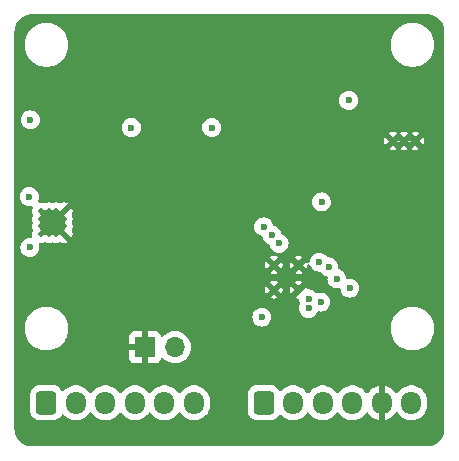
<source format=gbr>
%TF.GenerationSoftware,KiCad,Pcbnew,8.0.8*%
%TF.CreationDate,2025-02-12T11:11:18-05:00*%
%TF.ProjectId,high-power-module,68696768-2d70-46f7-9765-722d6d6f6475,rev?*%
%TF.SameCoordinates,Original*%
%TF.FileFunction,Copper,L2,Inr*%
%TF.FilePolarity,Positive*%
%FSLAX46Y46*%
G04 Gerber Fmt 4.6, Leading zero omitted, Abs format (unit mm)*
G04 Created by KiCad (PCBNEW 8.0.8) date 2025-02-12 11:11:18*
%MOMM*%
%LPD*%
G01*
G04 APERTURE LIST*
G04 Aperture macros list*
%AMRoundRect*
0 Rectangle with rounded corners*
0 $1 Rounding radius*
0 $2 $3 $4 $5 $6 $7 $8 $9 X,Y pos of 4 corners*
0 Add a 4 corners polygon primitive as box body*
4,1,4,$2,$3,$4,$5,$6,$7,$8,$9,$2,$3,0*
0 Add four circle primitives for the rounded corners*
1,1,$1+$1,$2,$3*
1,1,$1+$1,$4,$5*
1,1,$1+$1,$6,$7*
1,1,$1+$1,$8,$9*
0 Add four rect primitives between the rounded corners*
20,1,$1+$1,$2,$3,$4,$5,0*
20,1,$1+$1,$4,$5,$6,$7,0*
20,1,$1+$1,$6,$7,$8,$9,0*
20,1,$1+$1,$8,$9,$2,$3,0*%
G04 Aperture macros list end*
%TA.AperFunction,ComponentPad*%
%ADD10R,1.700000X1.700000*%
%TD*%
%TA.AperFunction,ComponentPad*%
%ADD11O,1.700000X1.700000*%
%TD*%
%TA.AperFunction,ComponentPad*%
%ADD12C,0.500000*%
%TD*%
%TA.AperFunction,ComponentPad*%
%ADD13RoundRect,0.250000X-0.600000X-0.725000X0.600000X-0.725000X0.600000X0.725000X-0.600000X0.725000X0*%
%TD*%
%TA.AperFunction,ComponentPad*%
%ADD14O,1.700000X1.950000*%
%TD*%
%TA.AperFunction,HeatsinkPad*%
%ADD15C,0.500000*%
%TD*%
%TA.AperFunction,ViaPad*%
%ADD16C,0.600000*%
%TD*%
G04 APERTURE END LIST*
D10*
%TO.N,GND*%
%TO.C,J4*%
X136260000Y-99100000D03*
D11*
%TO.N,Net-(J4-Pin_2)*%
X138800000Y-99100000D03*
%TD*%
D12*
%TO.N,GND*%
%TO.C,PA1*%
X127450000Y-89510000D03*
X128090000Y-89510000D03*
X128730000Y-89510000D03*
X129370000Y-89510000D03*
X127450000Y-88870000D03*
X128090000Y-88870000D03*
X128730000Y-88870000D03*
X129370000Y-88870000D03*
X127450000Y-88230000D03*
X128090000Y-88230000D03*
X128730000Y-88230000D03*
X129370000Y-88230000D03*
X127450000Y-87590000D03*
X128090000Y-87590000D03*
X128730000Y-87590000D03*
X129370000Y-87590000D03*
%TD*%
D13*
%TO.N,SDN*%
%TO.C,J3*%
X127900000Y-103800000D03*
D14*
%TO.N,GPIO3*%
X130400000Y-103800000D03*
%TO.N,GPIO2*%
X132900000Y-103800000D03*
%TO.N,GPIO1*%
X135400000Y-103800000D03*
%TO.N,GPIO0*%
X137900000Y-103800000D03*
%TO.N,IRQ*%
X140400000Y-103800000D03*
%TD*%
D13*
%TO.N,CS*%
%TO.C,J1*%
X146300000Y-103800000D03*
D14*
%TO.N,MOSI*%
X148800000Y-103800000D03*
%TO.N,MISO*%
X151300000Y-103800000D03*
%TO.N,SCLK*%
X153800000Y-103800000D03*
%TO.N,GND*%
X156300000Y-103800000D03*
%TO.N,+5V*%
X158800000Y-103800000D03*
%TD*%
D15*
%TO.N,GND*%
%TO.C,U1*%
X147150000Y-92125000D03*
X147150000Y-94225000D03*
X149250000Y-92125000D03*
X149250000Y-94225000D03*
%TD*%
D12*
%TO.N,GND*%
%TO.C,U3*%
X157250001Y-81645000D03*
X158200000Y-81645000D03*
X159149999Y-81645000D03*
%TD*%
D16*
%TO.N,GND*%
X161022804Y-81077196D03*
X146100000Y-74700000D03*
X158400000Y-76043600D03*
X134500000Y-88750000D03*
X153250000Y-84300000D03*
X151000000Y-97450000D03*
X140600000Y-93550000D03*
X144450000Y-72400000D03*
X126600000Y-92650000D03*
X154300000Y-81400000D03*
X139500000Y-87893600D03*
X136500000Y-77100000D03*
X132000000Y-83400000D03*
X150150000Y-74750000D03*
X154800000Y-85000000D03*
X136900000Y-72400000D03*
X136400000Y-89900000D03*
X155650000Y-85000000D03*
X132227920Y-98727920D03*
X134741634Y-87555100D03*
X159500000Y-85450000D03*
X151000000Y-98450000D03*
X160300000Y-76900000D03*
X149900000Y-87000000D03*
X133933429Y-93058540D03*
X139800000Y-94000000D03*
X140400000Y-77300000D03*
X160193600Y-85200000D03*
X141500000Y-77200000D03*
X137600000Y-84500000D03*
X133600000Y-87900000D03*
X138600000Y-87600000D03*
X138600000Y-82100000D03*
X128700000Y-80000000D03*
X135300000Y-89000000D03*
X131800000Y-89700000D03*
X130797804Y-80102196D03*
X134800000Y-76700000D03*
X148200000Y-74800000D03*
X140700000Y-89400000D03*
%TO.N,Net-(PA1-Vbias)*%
X126500000Y-90650000D03*
%TO.N,+5V*%
X126550000Y-79850000D03*
X153496000Y-78200000D03*
%TO.N,GPIO3*%
X147000000Y-89600000D03*
X135100000Y-80500000D03*
%TO.N,GPIO2*%
X147600000Y-90300000D03*
X141900000Y-80500000D03*
%TO.N,+3.3V*%
X151200000Y-86800000D03*
X146150000Y-96550000D03*
%TO.N,CS*%
X151000000Y-91900000D03*
%TO.N,GPIO1*%
X150100000Y-95000000D03*
%TO.N,GPIO0*%
X150100000Y-95800000D03*
%TO.N,IRQ*%
X151126223Y-95273777D03*
%TO.N,MOSI*%
X151800000Y-92300000D03*
%TO.N,SCLK*%
X153600000Y-94100000D03*
%TO.N,MISO*%
X152500000Y-93300000D03*
%TO.N,SDN*%
X146300000Y-88900000D03*
%TO.N,Net-(PA1-Iref)*%
X126461012Y-86343488D03*
%TD*%
%TA.AperFunction,Conductor*%
%TO.N,GND*%
G36*
X160104418Y-70900816D02*
G01*
X160304561Y-70915130D01*
X160322063Y-70917647D01*
X160513797Y-70959355D01*
X160530755Y-70964334D01*
X160714609Y-71032909D01*
X160730701Y-71040259D01*
X160902904Y-71134288D01*
X160917784Y-71143849D01*
X161074867Y-71261441D01*
X161088237Y-71273027D01*
X161226972Y-71411762D01*
X161238558Y-71425132D01*
X161356146Y-71582210D01*
X161365711Y-71597095D01*
X161459740Y-71769298D01*
X161467090Y-71785390D01*
X161535662Y-71969236D01*
X161540646Y-71986212D01*
X161582351Y-72177931D01*
X161584869Y-72195442D01*
X161599184Y-72395580D01*
X161599500Y-72404427D01*
X161599500Y-105995572D01*
X161599184Y-106004419D01*
X161584869Y-106204557D01*
X161582351Y-106222068D01*
X161540646Y-106413787D01*
X161535662Y-106430763D01*
X161467090Y-106614609D01*
X161459740Y-106630701D01*
X161365711Y-106802904D01*
X161356146Y-106817789D01*
X161238558Y-106974867D01*
X161226972Y-106988237D01*
X161088237Y-107126972D01*
X161074867Y-107138558D01*
X160917789Y-107256146D01*
X160902904Y-107265711D01*
X160730701Y-107359740D01*
X160714609Y-107367090D01*
X160530763Y-107435662D01*
X160513787Y-107440646D01*
X160322068Y-107482351D01*
X160304557Y-107484869D01*
X160123779Y-107497799D01*
X160104417Y-107499184D01*
X160095572Y-107499500D01*
X126704428Y-107499500D01*
X126695582Y-107499184D01*
X126673622Y-107497613D01*
X126495442Y-107484869D01*
X126477931Y-107482351D01*
X126286212Y-107440646D01*
X126269236Y-107435662D01*
X126085390Y-107367090D01*
X126069298Y-107359740D01*
X125897095Y-107265711D01*
X125882210Y-107256146D01*
X125725132Y-107138558D01*
X125711762Y-107126972D01*
X125573027Y-106988237D01*
X125561441Y-106974867D01*
X125443849Y-106817784D01*
X125434288Y-106802904D01*
X125340259Y-106630701D01*
X125332909Y-106614609D01*
X125272091Y-106451551D01*
X125264334Y-106430755D01*
X125259355Y-106413797D01*
X125217647Y-106222063D01*
X125215130Y-106204556D01*
X125200816Y-106004418D01*
X125200500Y-105995572D01*
X125200500Y-103024983D01*
X126549500Y-103024983D01*
X126549500Y-104575001D01*
X126549501Y-104575018D01*
X126560000Y-104677796D01*
X126560001Y-104677799D01*
X126605894Y-104816294D01*
X126615186Y-104844334D01*
X126707288Y-104993656D01*
X126831344Y-105117712D01*
X126980666Y-105209814D01*
X127147203Y-105264999D01*
X127249991Y-105275500D01*
X128550008Y-105275499D01*
X128652797Y-105264999D01*
X128819334Y-105209814D01*
X128968656Y-105117712D01*
X129092712Y-104993656D01*
X129184814Y-104844334D01*
X129184814Y-104844331D01*
X129188178Y-104838879D01*
X129240126Y-104792154D01*
X129309088Y-104780931D01*
X129373170Y-104808774D01*
X129381398Y-104816294D01*
X129520213Y-104955109D01*
X129692179Y-105080048D01*
X129692181Y-105080049D01*
X129692184Y-105080051D01*
X129881588Y-105176557D01*
X130083757Y-105242246D01*
X130293713Y-105275500D01*
X130293714Y-105275500D01*
X130506286Y-105275500D01*
X130506287Y-105275500D01*
X130716243Y-105242246D01*
X130918412Y-105176557D01*
X131107816Y-105080051D01*
X131129789Y-105064086D01*
X131279786Y-104955109D01*
X131279788Y-104955106D01*
X131279792Y-104955104D01*
X131430104Y-104804792D01*
X131549683Y-104640204D01*
X131605011Y-104597540D01*
X131674624Y-104591561D01*
X131736420Y-104624166D01*
X131750313Y-104640199D01*
X131852560Y-104780931D01*
X131869896Y-104804792D01*
X132020213Y-104955109D01*
X132192179Y-105080048D01*
X132192181Y-105080049D01*
X132192184Y-105080051D01*
X132381588Y-105176557D01*
X132583757Y-105242246D01*
X132793713Y-105275500D01*
X132793714Y-105275500D01*
X133006286Y-105275500D01*
X133006287Y-105275500D01*
X133216243Y-105242246D01*
X133418412Y-105176557D01*
X133607816Y-105080051D01*
X133629789Y-105064086D01*
X133779786Y-104955109D01*
X133779788Y-104955106D01*
X133779792Y-104955104D01*
X133930104Y-104804792D01*
X134049683Y-104640204D01*
X134105011Y-104597540D01*
X134174624Y-104591561D01*
X134236420Y-104624166D01*
X134250313Y-104640199D01*
X134352560Y-104780931D01*
X134369896Y-104804792D01*
X134520213Y-104955109D01*
X134692179Y-105080048D01*
X134692181Y-105080049D01*
X134692184Y-105080051D01*
X134881588Y-105176557D01*
X135083757Y-105242246D01*
X135293713Y-105275500D01*
X135293714Y-105275500D01*
X135506286Y-105275500D01*
X135506287Y-105275500D01*
X135716243Y-105242246D01*
X135918412Y-105176557D01*
X136107816Y-105080051D01*
X136129789Y-105064086D01*
X136279786Y-104955109D01*
X136279788Y-104955106D01*
X136279792Y-104955104D01*
X136430104Y-104804792D01*
X136549683Y-104640204D01*
X136605011Y-104597540D01*
X136674624Y-104591561D01*
X136736420Y-104624166D01*
X136750313Y-104640199D01*
X136852560Y-104780931D01*
X136869896Y-104804792D01*
X137020213Y-104955109D01*
X137192179Y-105080048D01*
X137192181Y-105080049D01*
X137192184Y-105080051D01*
X137381588Y-105176557D01*
X137583757Y-105242246D01*
X137793713Y-105275500D01*
X137793714Y-105275500D01*
X138006286Y-105275500D01*
X138006287Y-105275500D01*
X138216243Y-105242246D01*
X138418412Y-105176557D01*
X138607816Y-105080051D01*
X138629789Y-105064086D01*
X138779786Y-104955109D01*
X138779788Y-104955106D01*
X138779792Y-104955104D01*
X138930104Y-104804792D01*
X139049683Y-104640204D01*
X139105011Y-104597540D01*
X139174624Y-104591561D01*
X139236420Y-104624166D01*
X139250313Y-104640199D01*
X139352560Y-104780931D01*
X139369896Y-104804792D01*
X139520213Y-104955109D01*
X139692179Y-105080048D01*
X139692181Y-105080049D01*
X139692184Y-105080051D01*
X139881588Y-105176557D01*
X140083757Y-105242246D01*
X140293713Y-105275500D01*
X140293714Y-105275500D01*
X140506286Y-105275500D01*
X140506287Y-105275500D01*
X140716243Y-105242246D01*
X140918412Y-105176557D01*
X141107816Y-105080051D01*
X141129789Y-105064086D01*
X141279786Y-104955109D01*
X141279788Y-104955106D01*
X141279792Y-104955104D01*
X141430104Y-104804792D01*
X141430106Y-104804788D01*
X141430109Y-104804786D01*
X141555048Y-104632820D01*
X141555047Y-104632820D01*
X141555051Y-104632816D01*
X141651557Y-104443412D01*
X141717246Y-104241243D01*
X141750500Y-104031287D01*
X141750500Y-103568713D01*
X141717246Y-103358757D01*
X141651557Y-103156588D01*
X141584501Y-103024983D01*
X144949500Y-103024983D01*
X144949500Y-104575001D01*
X144949501Y-104575018D01*
X144960000Y-104677796D01*
X144960001Y-104677799D01*
X145005894Y-104816294D01*
X145015186Y-104844334D01*
X145107288Y-104993656D01*
X145231344Y-105117712D01*
X145380666Y-105209814D01*
X145547203Y-105264999D01*
X145649991Y-105275500D01*
X146950008Y-105275499D01*
X147052797Y-105264999D01*
X147219334Y-105209814D01*
X147368656Y-105117712D01*
X147492712Y-104993656D01*
X147584814Y-104844334D01*
X147584814Y-104844331D01*
X147588178Y-104838879D01*
X147640126Y-104792154D01*
X147709088Y-104780931D01*
X147773170Y-104808774D01*
X147781398Y-104816294D01*
X147920213Y-104955109D01*
X148092179Y-105080048D01*
X148092181Y-105080049D01*
X148092184Y-105080051D01*
X148281588Y-105176557D01*
X148483757Y-105242246D01*
X148693713Y-105275500D01*
X148693714Y-105275500D01*
X148906286Y-105275500D01*
X148906287Y-105275500D01*
X149116243Y-105242246D01*
X149318412Y-105176557D01*
X149507816Y-105080051D01*
X149529789Y-105064086D01*
X149679786Y-104955109D01*
X149679788Y-104955106D01*
X149679792Y-104955104D01*
X149830104Y-104804792D01*
X149949683Y-104640204D01*
X150005011Y-104597540D01*
X150074624Y-104591561D01*
X150136420Y-104624166D01*
X150150313Y-104640199D01*
X150252560Y-104780931D01*
X150269896Y-104804792D01*
X150420213Y-104955109D01*
X150592179Y-105080048D01*
X150592181Y-105080049D01*
X150592184Y-105080051D01*
X150781588Y-105176557D01*
X150983757Y-105242246D01*
X151193713Y-105275500D01*
X151193714Y-105275500D01*
X151406286Y-105275500D01*
X151406287Y-105275500D01*
X151616243Y-105242246D01*
X151818412Y-105176557D01*
X152007816Y-105080051D01*
X152029789Y-105064086D01*
X152179786Y-104955109D01*
X152179788Y-104955106D01*
X152179792Y-104955104D01*
X152330104Y-104804792D01*
X152449683Y-104640204D01*
X152505011Y-104597540D01*
X152574624Y-104591561D01*
X152636420Y-104624166D01*
X152650313Y-104640199D01*
X152752560Y-104780931D01*
X152769896Y-104804792D01*
X152920213Y-104955109D01*
X153092179Y-105080048D01*
X153092181Y-105080049D01*
X153092184Y-105080051D01*
X153281588Y-105176557D01*
X153483757Y-105242246D01*
X153693713Y-105275500D01*
X153693714Y-105275500D01*
X153906286Y-105275500D01*
X153906287Y-105275500D01*
X154116243Y-105242246D01*
X154318412Y-105176557D01*
X154507816Y-105080051D01*
X154529789Y-105064086D01*
X154679786Y-104955109D01*
X154679788Y-104955106D01*
X154679792Y-104955104D01*
X154830104Y-104804792D01*
X154949991Y-104639779D01*
X155005320Y-104597115D01*
X155074933Y-104591136D01*
X155136729Y-104623741D01*
X155150627Y-104639781D01*
X155270272Y-104804459D01*
X155270276Y-104804464D01*
X155420535Y-104954723D01*
X155420540Y-104954727D01*
X155592442Y-105079620D01*
X155781782Y-105176095D01*
X155983871Y-105241757D01*
X156050000Y-105252231D01*
X156050000Y-104204145D01*
X156116657Y-104242630D01*
X156237465Y-104275000D01*
X156362535Y-104275000D01*
X156483343Y-104242630D01*
X156550000Y-104204145D01*
X156550000Y-105252230D01*
X156616126Y-105241757D01*
X156616129Y-105241757D01*
X156818217Y-105176095D01*
X157007557Y-105079620D01*
X157179459Y-104954727D01*
X157179464Y-104954723D01*
X157329721Y-104804466D01*
X157449371Y-104639781D01*
X157504701Y-104597115D01*
X157574314Y-104591136D01*
X157636110Y-104623741D01*
X157650008Y-104639781D01*
X157769890Y-104804785D01*
X157769894Y-104804790D01*
X157920213Y-104955109D01*
X158092179Y-105080048D01*
X158092181Y-105080049D01*
X158092184Y-105080051D01*
X158281588Y-105176557D01*
X158483757Y-105242246D01*
X158693713Y-105275500D01*
X158693714Y-105275500D01*
X158906286Y-105275500D01*
X158906287Y-105275500D01*
X159116243Y-105242246D01*
X159318412Y-105176557D01*
X159507816Y-105080051D01*
X159529789Y-105064086D01*
X159679786Y-104955109D01*
X159679788Y-104955106D01*
X159679792Y-104955104D01*
X159830104Y-104804792D01*
X159830106Y-104804788D01*
X159830109Y-104804786D01*
X159955048Y-104632820D01*
X159955047Y-104632820D01*
X159955051Y-104632816D01*
X160051557Y-104443412D01*
X160117246Y-104241243D01*
X160150500Y-104031287D01*
X160150500Y-103568713D01*
X160117246Y-103358757D01*
X160051557Y-103156588D01*
X159955051Y-102967184D01*
X159955049Y-102967181D01*
X159955048Y-102967179D01*
X159830109Y-102795213D01*
X159679786Y-102644890D01*
X159507820Y-102519951D01*
X159318414Y-102423444D01*
X159318413Y-102423443D01*
X159318412Y-102423443D01*
X159116243Y-102357754D01*
X159116241Y-102357753D01*
X159116240Y-102357753D01*
X158954957Y-102332208D01*
X158906287Y-102324500D01*
X158693713Y-102324500D01*
X158645042Y-102332208D01*
X158483760Y-102357753D01*
X158281585Y-102423444D01*
X158092179Y-102519951D01*
X157920213Y-102644890D01*
X157769894Y-102795209D01*
X157769890Y-102795214D01*
X157650008Y-102960218D01*
X157594678Y-103002884D01*
X157525065Y-103008863D01*
X157463270Y-102976257D01*
X157449372Y-102960218D01*
X157329727Y-102795540D01*
X157329723Y-102795535D01*
X157179464Y-102645276D01*
X157179459Y-102645272D01*
X157007557Y-102520379D01*
X156818215Y-102423903D01*
X156616124Y-102358241D01*
X156550000Y-102347768D01*
X156550000Y-103395854D01*
X156483343Y-103357370D01*
X156362535Y-103325000D01*
X156237465Y-103325000D01*
X156116657Y-103357370D01*
X156050000Y-103395854D01*
X156050000Y-102347768D01*
X156049999Y-102347768D01*
X155983875Y-102358241D01*
X155781784Y-102423903D01*
X155592442Y-102520379D01*
X155420540Y-102645272D01*
X155420535Y-102645276D01*
X155270276Y-102795535D01*
X155270272Y-102795540D01*
X155150627Y-102960218D01*
X155095297Y-103002884D01*
X155025684Y-103008863D01*
X154963889Y-102976257D01*
X154949991Y-102960218D01*
X154830109Y-102795214D01*
X154830105Y-102795209D01*
X154679786Y-102644890D01*
X154507820Y-102519951D01*
X154318414Y-102423444D01*
X154318413Y-102423443D01*
X154318412Y-102423443D01*
X154116243Y-102357754D01*
X154116241Y-102357753D01*
X154116240Y-102357753D01*
X153954957Y-102332208D01*
X153906287Y-102324500D01*
X153693713Y-102324500D01*
X153645042Y-102332208D01*
X153483760Y-102357753D01*
X153281585Y-102423444D01*
X153092179Y-102519951D01*
X152920213Y-102644890D01*
X152769894Y-102795209D01*
X152769890Y-102795214D01*
X152650318Y-102959793D01*
X152594989Y-103002459D01*
X152525375Y-103008438D01*
X152463580Y-102975833D01*
X152449682Y-102959793D01*
X152330109Y-102795214D01*
X152330105Y-102795209D01*
X152179786Y-102644890D01*
X152007820Y-102519951D01*
X151818414Y-102423444D01*
X151818413Y-102423443D01*
X151818412Y-102423443D01*
X151616243Y-102357754D01*
X151616241Y-102357753D01*
X151616240Y-102357753D01*
X151454957Y-102332208D01*
X151406287Y-102324500D01*
X151193713Y-102324500D01*
X151145042Y-102332208D01*
X150983760Y-102357753D01*
X150781585Y-102423444D01*
X150592179Y-102519951D01*
X150420213Y-102644890D01*
X150269894Y-102795209D01*
X150269890Y-102795214D01*
X150150318Y-102959793D01*
X150094989Y-103002459D01*
X150025375Y-103008438D01*
X149963580Y-102975833D01*
X149949682Y-102959793D01*
X149830109Y-102795214D01*
X149830105Y-102795209D01*
X149679786Y-102644890D01*
X149507820Y-102519951D01*
X149318414Y-102423444D01*
X149318413Y-102423443D01*
X149318412Y-102423443D01*
X149116243Y-102357754D01*
X149116241Y-102357753D01*
X149116240Y-102357753D01*
X148954957Y-102332208D01*
X148906287Y-102324500D01*
X148693713Y-102324500D01*
X148645042Y-102332208D01*
X148483760Y-102357753D01*
X148281585Y-102423444D01*
X148092179Y-102519951D01*
X147920215Y-102644889D01*
X147781398Y-102783706D01*
X147720075Y-102817190D01*
X147650383Y-102812206D01*
X147594450Y-102770334D01*
X147588178Y-102761120D01*
X147492712Y-102606344D01*
X147368657Y-102482289D01*
X147368656Y-102482288D01*
X147219334Y-102390186D01*
X147052797Y-102335001D01*
X147052795Y-102335000D01*
X146950010Y-102324500D01*
X145649998Y-102324500D01*
X145649981Y-102324501D01*
X145547203Y-102335000D01*
X145547200Y-102335001D01*
X145380668Y-102390185D01*
X145380663Y-102390187D01*
X145231342Y-102482289D01*
X145107289Y-102606342D01*
X145015187Y-102755663D01*
X145015185Y-102755668D01*
X145010325Y-102770334D01*
X144960001Y-102922203D01*
X144960001Y-102922204D01*
X144960000Y-102922204D01*
X144949500Y-103024983D01*
X141584501Y-103024983D01*
X141555051Y-102967184D01*
X141555049Y-102967181D01*
X141555048Y-102967179D01*
X141430109Y-102795213D01*
X141279786Y-102644890D01*
X141107820Y-102519951D01*
X140918414Y-102423444D01*
X140918413Y-102423443D01*
X140918412Y-102423443D01*
X140716243Y-102357754D01*
X140716241Y-102357753D01*
X140716240Y-102357753D01*
X140554957Y-102332208D01*
X140506287Y-102324500D01*
X140293713Y-102324500D01*
X140245042Y-102332208D01*
X140083760Y-102357753D01*
X139881585Y-102423444D01*
X139692179Y-102519951D01*
X139520213Y-102644890D01*
X139369894Y-102795209D01*
X139369890Y-102795214D01*
X139250318Y-102959793D01*
X139194989Y-103002459D01*
X139125375Y-103008438D01*
X139063580Y-102975833D01*
X139049682Y-102959793D01*
X138930109Y-102795214D01*
X138930105Y-102795209D01*
X138779786Y-102644890D01*
X138607820Y-102519951D01*
X138418414Y-102423444D01*
X138418413Y-102423443D01*
X138418412Y-102423443D01*
X138216243Y-102357754D01*
X138216241Y-102357753D01*
X138216240Y-102357753D01*
X138054957Y-102332208D01*
X138006287Y-102324500D01*
X137793713Y-102324500D01*
X137745042Y-102332208D01*
X137583760Y-102357753D01*
X137381585Y-102423444D01*
X137192179Y-102519951D01*
X137020213Y-102644890D01*
X136869894Y-102795209D01*
X136869890Y-102795214D01*
X136750318Y-102959793D01*
X136694989Y-103002459D01*
X136625375Y-103008438D01*
X136563580Y-102975833D01*
X136549682Y-102959793D01*
X136430109Y-102795214D01*
X136430105Y-102795209D01*
X136279786Y-102644890D01*
X136107820Y-102519951D01*
X135918414Y-102423444D01*
X135918413Y-102423443D01*
X135918412Y-102423443D01*
X135716243Y-102357754D01*
X135716241Y-102357753D01*
X135716240Y-102357753D01*
X135554957Y-102332208D01*
X135506287Y-102324500D01*
X135293713Y-102324500D01*
X135245042Y-102332208D01*
X135083760Y-102357753D01*
X134881585Y-102423444D01*
X134692179Y-102519951D01*
X134520213Y-102644890D01*
X134369894Y-102795209D01*
X134369890Y-102795214D01*
X134250318Y-102959793D01*
X134194989Y-103002459D01*
X134125375Y-103008438D01*
X134063580Y-102975833D01*
X134049682Y-102959793D01*
X133930109Y-102795214D01*
X133930105Y-102795209D01*
X133779786Y-102644890D01*
X133607820Y-102519951D01*
X133418414Y-102423444D01*
X133418413Y-102423443D01*
X133418412Y-102423443D01*
X133216243Y-102357754D01*
X133216241Y-102357753D01*
X133216240Y-102357753D01*
X133054957Y-102332208D01*
X133006287Y-102324500D01*
X132793713Y-102324500D01*
X132745042Y-102332208D01*
X132583760Y-102357753D01*
X132381585Y-102423444D01*
X132192179Y-102519951D01*
X132020213Y-102644890D01*
X131869894Y-102795209D01*
X131869890Y-102795214D01*
X131750318Y-102959793D01*
X131694989Y-103002459D01*
X131625375Y-103008438D01*
X131563580Y-102975833D01*
X131549682Y-102959793D01*
X131430109Y-102795214D01*
X131430105Y-102795209D01*
X131279786Y-102644890D01*
X131107820Y-102519951D01*
X130918414Y-102423444D01*
X130918413Y-102423443D01*
X130918412Y-102423443D01*
X130716243Y-102357754D01*
X130716241Y-102357753D01*
X130716240Y-102357753D01*
X130554957Y-102332208D01*
X130506287Y-102324500D01*
X130293713Y-102324500D01*
X130245042Y-102332208D01*
X130083760Y-102357753D01*
X129881585Y-102423444D01*
X129692179Y-102519951D01*
X129520215Y-102644889D01*
X129381398Y-102783706D01*
X129320075Y-102817190D01*
X129250383Y-102812206D01*
X129194450Y-102770334D01*
X129188178Y-102761120D01*
X129092712Y-102606344D01*
X128968657Y-102482289D01*
X128968656Y-102482288D01*
X128819334Y-102390186D01*
X128652797Y-102335001D01*
X128652795Y-102335000D01*
X128550010Y-102324500D01*
X127249998Y-102324500D01*
X127249981Y-102324501D01*
X127147203Y-102335000D01*
X127147200Y-102335001D01*
X126980668Y-102390185D01*
X126980663Y-102390187D01*
X126831342Y-102482289D01*
X126707289Y-102606342D01*
X126615187Y-102755663D01*
X126615185Y-102755668D01*
X126610325Y-102770334D01*
X126560001Y-102922203D01*
X126560001Y-102922204D01*
X126560000Y-102922204D01*
X126549500Y-103024983D01*
X125200500Y-103024983D01*
X125200500Y-97378711D01*
X126049500Y-97378711D01*
X126049500Y-97621288D01*
X126081161Y-97861785D01*
X126143947Y-98096104D01*
X126236773Y-98320205D01*
X126236776Y-98320212D01*
X126358064Y-98530289D01*
X126358066Y-98530292D01*
X126358067Y-98530293D01*
X126505733Y-98722736D01*
X126505739Y-98722743D01*
X126677256Y-98894260D01*
X126677263Y-98894266D01*
X126790321Y-98981018D01*
X126869711Y-99041936D01*
X127079788Y-99163224D01*
X127303900Y-99256054D01*
X127538211Y-99318838D01*
X127718586Y-99342584D01*
X127778711Y-99350500D01*
X127778712Y-99350500D01*
X128021289Y-99350500D01*
X128069388Y-99344167D01*
X128261789Y-99318838D01*
X128496100Y-99256054D01*
X128720212Y-99163224D01*
X128930289Y-99041936D01*
X129122738Y-98894265D01*
X129294265Y-98722738D01*
X129441936Y-98530289D01*
X129563224Y-98320212D01*
X129612125Y-98202155D01*
X134910000Y-98202155D01*
X134910000Y-98850000D01*
X135826988Y-98850000D01*
X135794075Y-98907007D01*
X135760000Y-99034174D01*
X135760000Y-99165826D01*
X135794075Y-99292993D01*
X135826988Y-99350000D01*
X134910000Y-99350000D01*
X134910000Y-99997844D01*
X134916401Y-100057372D01*
X134916403Y-100057379D01*
X134966645Y-100192086D01*
X134966649Y-100192093D01*
X135052809Y-100307187D01*
X135052812Y-100307190D01*
X135167906Y-100393350D01*
X135167913Y-100393354D01*
X135302620Y-100443596D01*
X135302627Y-100443598D01*
X135362155Y-100449999D01*
X135362172Y-100450000D01*
X136010000Y-100450000D01*
X136010000Y-99533012D01*
X136067007Y-99565925D01*
X136194174Y-99600000D01*
X136325826Y-99600000D01*
X136452993Y-99565925D01*
X136510000Y-99533012D01*
X136510000Y-100450000D01*
X137157828Y-100450000D01*
X137157844Y-100449999D01*
X137217372Y-100443598D01*
X137217379Y-100443596D01*
X137352086Y-100393354D01*
X137352093Y-100393350D01*
X137467187Y-100307190D01*
X137467190Y-100307187D01*
X137553350Y-100192093D01*
X137553354Y-100192086D01*
X137602422Y-100060529D01*
X137644293Y-100004595D01*
X137709757Y-99980178D01*
X137778030Y-99995030D01*
X137806285Y-100016181D01*
X137928599Y-100138495D01*
X138005135Y-100192086D01*
X138122165Y-100274032D01*
X138122167Y-100274033D01*
X138122170Y-100274035D01*
X138336337Y-100373903D01*
X138564592Y-100435063D01*
X138735319Y-100450000D01*
X138799999Y-100455659D01*
X138800000Y-100455659D01*
X138800001Y-100455659D01*
X138864681Y-100450000D01*
X139035408Y-100435063D01*
X139263663Y-100373903D01*
X139477830Y-100274035D01*
X139671401Y-100138495D01*
X139838495Y-99971401D01*
X139974035Y-99777830D01*
X140073903Y-99563663D01*
X140135063Y-99335408D01*
X140155659Y-99100000D01*
X140135063Y-98864592D01*
X140073903Y-98636337D01*
X139974035Y-98422171D01*
X139902645Y-98320214D01*
X139838494Y-98228597D01*
X139671402Y-98061506D01*
X139671395Y-98061501D01*
X139477834Y-97925967D01*
X139477830Y-97925965D01*
X139406727Y-97892809D01*
X139263663Y-97826097D01*
X139263659Y-97826096D01*
X139263655Y-97826094D01*
X139035413Y-97764938D01*
X139035403Y-97764936D01*
X138800001Y-97744341D01*
X138799999Y-97744341D01*
X138564596Y-97764936D01*
X138564586Y-97764938D01*
X138336344Y-97826094D01*
X138336335Y-97826098D01*
X138122171Y-97925964D01*
X138122169Y-97925965D01*
X137928600Y-98061503D01*
X137806284Y-98183819D01*
X137744961Y-98217303D01*
X137675269Y-98212319D01*
X137619336Y-98170447D01*
X137602421Y-98139470D01*
X137553354Y-98007913D01*
X137553350Y-98007906D01*
X137467190Y-97892812D01*
X137467187Y-97892809D01*
X137352093Y-97806649D01*
X137352086Y-97806645D01*
X137217379Y-97756403D01*
X137217372Y-97756401D01*
X137157844Y-97750000D01*
X136510000Y-97750000D01*
X136510000Y-98666988D01*
X136452993Y-98634075D01*
X136325826Y-98600000D01*
X136194174Y-98600000D01*
X136067007Y-98634075D01*
X136010000Y-98666988D01*
X136010000Y-97750000D01*
X135362155Y-97750000D01*
X135302627Y-97756401D01*
X135302620Y-97756403D01*
X135167913Y-97806645D01*
X135167906Y-97806649D01*
X135052812Y-97892809D01*
X135052809Y-97892812D01*
X134966649Y-98007906D01*
X134966645Y-98007913D01*
X134916403Y-98142620D01*
X134916401Y-98142627D01*
X134910000Y-98202155D01*
X129612125Y-98202155D01*
X129656054Y-98096100D01*
X129718838Y-97861789D01*
X129750500Y-97621288D01*
X129750500Y-97378712D01*
X129750500Y-97378711D01*
X157049500Y-97378711D01*
X157049500Y-97621288D01*
X157081161Y-97861785D01*
X157143947Y-98096104D01*
X157236773Y-98320205D01*
X157236776Y-98320212D01*
X157358064Y-98530289D01*
X157358066Y-98530292D01*
X157358067Y-98530293D01*
X157505733Y-98722736D01*
X157505739Y-98722743D01*
X157677256Y-98894260D01*
X157677263Y-98894266D01*
X157790321Y-98981018D01*
X157869711Y-99041936D01*
X158079788Y-99163224D01*
X158303900Y-99256054D01*
X158538211Y-99318838D01*
X158718586Y-99342584D01*
X158778711Y-99350500D01*
X158778712Y-99350500D01*
X159021289Y-99350500D01*
X159069388Y-99344167D01*
X159261789Y-99318838D01*
X159496100Y-99256054D01*
X159720212Y-99163224D01*
X159930289Y-99041936D01*
X160122738Y-98894265D01*
X160294265Y-98722738D01*
X160441936Y-98530289D01*
X160563224Y-98320212D01*
X160656054Y-98096100D01*
X160718838Y-97861789D01*
X160750500Y-97621288D01*
X160750500Y-97378712D01*
X160718838Y-97138211D01*
X160656054Y-96903900D01*
X160563224Y-96679788D01*
X160441936Y-96469711D01*
X160294265Y-96277262D01*
X160294260Y-96277256D01*
X160122743Y-96105739D01*
X160122736Y-96105733D01*
X159930293Y-95958067D01*
X159930292Y-95958066D01*
X159930289Y-95958064D01*
X159720212Y-95836776D01*
X159720205Y-95836773D01*
X159496104Y-95743947D01*
X159261785Y-95681161D01*
X159021289Y-95649500D01*
X159021288Y-95649500D01*
X158778712Y-95649500D01*
X158778711Y-95649500D01*
X158538214Y-95681161D01*
X158303895Y-95743947D01*
X158079794Y-95836773D01*
X158079785Y-95836777D01*
X157869706Y-95958067D01*
X157677263Y-96105733D01*
X157677256Y-96105739D01*
X157505739Y-96277256D01*
X157505733Y-96277263D01*
X157358067Y-96469706D01*
X157236777Y-96679785D01*
X157236773Y-96679794D01*
X157143947Y-96903895D01*
X157081161Y-97138214D01*
X157049500Y-97378711D01*
X129750500Y-97378711D01*
X129718838Y-97138211D01*
X129656054Y-96903900D01*
X129563224Y-96679788D01*
X129488289Y-96549996D01*
X145344435Y-96549996D01*
X145344435Y-96550003D01*
X145364630Y-96729249D01*
X145364631Y-96729254D01*
X145424211Y-96899523D01*
X145520184Y-97052262D01*
X145647738Y-97179816D01*
X145800478Y-97275789D01*
X145970745Y-97335368D01*
X145970750Y-97335369D01*
X146149996Y-97355565D01*
X146150000Y-97355565D01*
X146150004Y-97355565D01*
X146329249Y-97335369D01*
X146329252Y-97335368D01*
X146329255Y-97335368D01*
X146499522Y-97275789D01*
X146652262Y-97179816D01*
X146779816Y-97052262D01*
X146875789Y-96899522D01*
X146935368Y-96729255D01*
X146940942Y-96679785D01*
X146955565Y-96550003D01*
X146955565Y-96549996D01*
X146935369Y-96370750D01*
X146935368Y-96370745D01*
X146875788Y-96200476D01*
X146816257Y-96105733D01*
X146779816Y-96047738D01*
X146652262Y-95920184D01*
X146625856Y-95903592D01*
X146499523Y-95824211D01*
X146329254Y-95764631D01*
X146329249Y-95764630D01*
X146150004Y-95744435D01*
X146149996Y-95744435D01*
X145970750Y-95764630D01*
X145970745Y-95764631D01*
X145800476Y-95824211D01*
X145647737Y-95920184D01*
X145520184Y-96047737D01*
X145424211Y-96200476D01*
X145364631Y-96370745D01*
X145364630Y-96370750D01*
X145344435Y-96549996D01*
X129488289Y-96549996D01*
X129441936Y-96469711D01*
X129294265Y-96277262D01*
X129294260Y-96277256D01*
X129122743Y-96105739D01*
X129122736Y-96105733D01*
X128930293Y-95958067D01*
X128930292Y-95958066D01*
X128930289Y-95958064D01*
X128720212Y-95836776D01*
X128720205Y-95836773D01*
X128496104Y-95743947D01*
X128261785Y-95681161D01*
X128021289Y-95649500D01*
X128021288Y-95649500D01*
X127778712Y-95649500D01*
X127778711Y-95649500D01*
X127538214Y-95681161D01*
X127303895Y-95743947D01*
X127079794Y-95836773D01*
X127079785Y-95836777D01*
X126869706Y-95958067D01*
X126677263Y-96105733D01*
X126677256Y-96105739D01*
X126505739Y-96277256D01*
X126505733Y-96277263D01*
X126358067Y-96469706D01*
X126236777Y-96679785D01*
X126236773Y-96679794D01*
X126143947Y-96903895D01*
X126081161Y-97138214D01*
X126049500Y-97378711D01*
X125200500Y-97378711D01*
X125200500Y-94905267D01*
X146823284Y-94905267D01*
X146982053Y-94960823D01*
X146982058Y-94960824D01*
X147149996Y-94979746D01*
X147150004Y-94979746D01*
X147317938Y-94960824D01*
X147317943Y-94960823D01*
X147476713Y-94905267D01*
X147476714Y-94905267D01*
X148923284Y-94905267D01*
X149082053Y-94960823D01*
X149082058Y-94960824D01*
X149194429Y-94973485D01*
X149258843Y-95000551D01*
X149298398Y-95058146D01*
X149303766Y-95082822D01*
X149314630Y-95179249D01*
X149314633Y-95179262D01*
X149376510Y-95356094D01*
X149374364Y-95356844D01*
X149383962Y-95415144D01*
X149375609Y-95443590D01*
X149376510Y-95443906D01*
X149314633Y-95620737D01*
X149314630Y-95620750D01*
X149294435Y-95799996D01*
X149294435Y-95800003D01*
X149314630Y-95979249D01*
X149314631Y-95979254D01*
X149374211Y-96149523D01*
X149454472Y-96277256D01*
X149470184Y-96302262D01*
X149597738Y-96429816D01*
X149750478Y-96525789D01*
X149819678Y-96550003D01*
X149920745Y-96585368D01*
X149920750Y-96585369D01*
X150099996Y-96605565D01*
X150100000Y-96605565D01*
X150100004Y-96605565D01*
X150279249Y-96585369D01*
X150279252Y-96585368D01*
X150279255Y-96585368D01*
X150449522Y-96525789D01*
X150602262Y-96429816D01*
X150729816Y-96302262D01*
X150825789Y-96149522D01*
X150828148Y-96142778D01*
X150868865Y-96086003D01*
X150933817Y-96060252D01*
X150959073Y-96060508D01*
X151002487Y-96065400D01*
X151126220Y-96079342D01*
X151126223Y-96079342D01*
X151126227Y-96079342D01*
X151305472Y-96059146D01*
X151305475Y-96059145D01*
X151305478Y-96059145D01*
X151475745Y-95999566D01*
X151628485Y-95903593D01*
X151756039Y-95776039D01*
X151852012Y-95623299D01*
X151911591Y-95453032D01*
X151911879Y-95450478D01*
X151931788Y-95273780D01*
X151931788Y-95273773D01*
X151911592Y-95094527D01*
X151911591Y-95094522D01*
X151864808Y-94960824D01*
X151852012Y-94924255D01*
X151756039Y-94771515D01*
X151628485Y-94643961D01*
X151475746Y-94547988D01*
X151305477Y-94488408D01*
X151305472Y-94488407D01*
X151126227Y-94468212D01*
X151126219Y-94468212D01*
X150946973Y-94488407D01*
X150946965Y-94488409D01*
X150852734Y-94521382D01*
X150782955Y-94524943D01*
X150724099Y-94492021D01*
X150602262Y-94370184D01*
X150449523Y-94274211D01*
X150279254Y-94214631D01*
X150279250Y-94214630D01*
X150098297Y-94194242D01*
X150033883Y-94167175D01*
X149994328Y-94109580D01*
X149988960Y-94084903D01*
X149985822Y-94057051D01*
X149930267Y-93898285D01*
X149930267Y-93898284D01*
X149426777Y-94401777D01*
X148923284Y-94905267D01*
X147476714Y-94905267D01*
X147150001Y-94578554D01*
X147150000Y-94578554D01*
X146823284Y-94905267D01*
X125200500Y-94905267D01*
X125200500Y-94224996D01*
X146395254Y-94224996D01*
X146395254Y-94225003D01*
X146414176Y-94392944D01*
X146469731Y-94551713D01*
X146796446Y-94225000D01*
X146766609Y-94195163D01*
X147000000Y-94195163D01*
X147000000Y-94254837D01*
X147022836Y-94309968D01*
X147065032Y-94352164D01*
X147120163Y-94375000D01*
X147179837Y-94375000D01*
X147234968Y-94352164D01*
X147277164Y-94309968D01*
X147300000Y-94254837D01*
X147300000Y-94224999D01*
X147503554Y-94224999D01*
X147503554Y-94225001D01*
X147830267Y-94551714D01*
X147830267Y-94551713D01*
X147885823Y-94392943D01*
X147885824Y-94392938D01*
X147904746Y-94225003D01*
X147904746Y-94224996D01*
X148495254Y-94224996D01*
X148495254Y-94225003D01*
X148514176Y-94392944D01*
X148569731Y-94551713D01*
X148896446Y-94225000D01*
X148866609Y-94195163D01*
X149100000Y-94195163D01*
X149100000Y-94254837D01*
X149122836Y-94309968D01*
X149165032Y-94352164D01*
X149220163Y-94375000D01*
X149279837Y-94375000D01*
X149334968Y-94352164D01*
X149377164Y-94309968D01*
X149400000Y-94254837D01*
X149400000Y-94195163D01*
X149377164Y-94140032D01*
X149334968Y-94097836D01*
X149279837Y-94075000D01*
X149220163Y-94075000D01*
X149165032Y-94097836D01*
X149122836Y-94140032D01*
X149100000Y-94195163D01*
X148866609Y-94195163D01*
X148569731Y-93898285D01*
X148514176Y-94057055D01*
X148495254Y-94224996D01*
X147904746Y-94224996D01*
X147885824Y-94057058D01*
X147885823Y-94057053D01*
X147830267Y-93898285D01*
X147830267Y-93898284D01*
X147503554Y-94224999D01*
X147300000Y-94224999D01*
X147300000Y-94195163D01*
X147277164Y-94140032D01*
X147234968Y-94097836D01*
X147179837Y-94075000D01*
X147120163Y-94075000D01*
X147065032Y-94097836D01*
X147022836Y-94140032D01*
X147000000Y-94195163D01*
X146766609Y-94195163D01*
X146469731Y-93898285D01*
X146414176Y-94057055D01*
X146395254Y-94224996D01*
X125200500Y-94224996D01*
X125200500Y-93544731D01*
X146823285Y-93544731D01*
X147150000Y-93871446D01*
X147150001Y-93871446D01*
X147476714Y-93544731D01*
X148923285Y-93544731D01*
X149250000Y-93871446D01*
X149250001Y-93871446D01*
X149576714Y-93544731D01*
X149417944Y-93489176D01*
X149250004Y-93470254D01*
X149249996Y-93470254D01*
X149082055Y-93489176D01*
X148923285Y-93544731D01*
X147476714Y-93544731D01*
X147317944Y-93489176D01*
X147150004Y-93470254D01*
X147149996Y-93470254D01*
X146982055Y-93489176D01*
X146823285Y-93544731D01*
X125200500Y-93544731D01*
X125200500Y-92805267D01*
X146823284Y-92805267D01*
X146982053Y-92860823D01*
X146982058Y-92860824D01*
X147149996Y-92879746D01*
X147150004Y-92879746D01*
X147317938Y-92860824D01*
X147317943Y-92860823D01*
X147476713Y-92805267D01*
X147476714Y-92805267D01*
X148923284Y-92805267D01*
X149082053Y-92860823D01*
X149082058Y-92860824D01*
X149249996Y-92879746D01*
X149250004Y-92879746D01*
X149417938Y-92860824D01*
X149417943Y-92860823D01*
X149576713Y-92805267D01*
X149576714Y-92805267D01*
X149250001Y-92478554D01*
X149250000Y-92478554D01*
X148923284Y-92805267D01*
X147476714Y-92805267D01*
X147150001Y-92478554D01*
X147150000Y-92478554D01*
X146823284Y-92805267D01*
X125200500Y-92805267D01*
X125200500Y-92124996D01*
X146395254Y-92124996D01*
X146395254Y-92125003D01*
X146414176Y-92292944D01*
X146469731Y-92451713D01*
X146796446Y-92125000D01*
X146766609Y-92095163D01*
X147000000Y-92095163D01*
X147000000Y-92154837D01*
X147022836Y-92209968D01*
X147065032Y-92252164D01*
X147120163Y-92275000D01*
X147179837Y-92275000D01*
X147234968Y-92252164D01*
X147277164Y-92209968D01*
X147300000Y-92154837D01*
X147300000Y-92124999D01*
X147503554Y-92124999D01*
X147503554Y-92125001D01*
X147830267Y-92451714D01*
X147830267Y-92451713D01*
X147885823Y-92292943D01*
X147885824Y-92292938D01*
X147904746Y-92125003D01*
X147904746Y-92124996D01*
X148495254Y-92124996D01*
X148495254Y-92125003D01*
X148514176Y-92292944D01*
X148569731Y-92451713D01*
X148896446Y-92125000D01*
X148866609Y-92095163D01*
X149100000Y-92095163D01*
X149100000Y-92154837D01*
X149122836Y-92209968D01*
X149165032Y-92252164D01*
X149220163Y-92275000D01*
X149279837Y-92275000D01*
X149334968Y-92252164D01*
X149377164Y-92209968D01*
X149400000Y-92154837D01*
X149400000Y-92124999D01*
X149603554Y-92124999D01*
X149603554Y-92125001D01*
X149930267Y-92451714D01*
X149930267Y-92451713D01*
X149985823Y-92292943D01*
X149985824Y-92292939D01*
X149998939Y-92176541D01*
X150026005Y-92112127D01*
X150083600Y-92072572D01*
X150153437Y-92070434D01*
X150213343Y-92106392D01*
X150239201Y-92149469D01*
X150274211Y-92249523D01*
X150370184Y-92402262D01*
X150497738Y-92529816D01*
X150650478Y-92625789D01*
X150777352Y-92670184D01*
X150820745Y-92685368D01*
X150820750Y-92685369D01*
X150999996Y-92705565D01*
X150999997Y-92705565D01*
X150999998Y-92705564D01*
X151000000Y-92705565D01*
X151024764Y-92702774D01*
X151093583Y-92714827D01*
X151143641Y-92760021D01*
X151170181Y-92802258D01*
X151170182Y-92802260D01*
X151170184Y-92802262D01*
X151297738Y-92929816D01*
X151450478Y-93025789D01*
X151610957Y-93081943D01*
X151621568Y-93085656D01*
X151678344Y-93126378D01*
X151704091Y-93191331D01*
X151703833Y-93216581D01*
X151694435Y-93299995D01*
X151694435Y-93300003D01*
X151714630Y-93479249D01*
X151714631Y-93479254D01*
X151774211Y-93649523D01*
X151837646Y-93750478D01*
X151870184Y-93802262D01*
X151997738Y-93929816D01*
X152150478Y-94025789D01*
X152239840Y-94057058D01*
X152320745Y-94085368D01*
X152320750Y-94085369D01*
X152499996Y-94105565D01*
X152500000Y-94105565D01*
X152500003Y-94105565D01*
X152623352Y-94091666D01*
X152668142Y-94086620D01*
X152736964Y-94098674D01*
X152788344Y-94146023D01*
X152805246Y-94195957D01*
X152814630Y-94279249D01*
X152814631Y-94279254D01*
X152874211Y-94449523D01*
X152940415Y-94554885D01*
X152970184Y-94602262D01*
X153097738Y-94729816D01*
X153164100Y-94771514D01*
X153242450Y-94820745D01*
X153250478Y-94825789D01*
X153420745Y-94885368D01*
X153420750Y-94885369D01*
X153599996Y-94905565D01*
X153600000Y-94905565D01*
X153600004Y-94905565D01*
X153779249Y-94885369D01*
X153779252Y-94885368D01*
X153779255Y-94885368D01*
X153949522Y-94825789D01*
X154102262Y-94729816D01*
X154229816Y-94602262D01*
X154325789Y-94449522D01*
X154385368Y-94279255D01*
X154385369Y-94279249D01*
X154405565Y-94100003D01*
X154405565Y-94099996D01*
X154385369Y-93920750D01*
X154385368Y-93920745D01*
X154377509Y-93898284D01*
X154325789Y-93750478D01*
X154229816Y-93597738D01*
X154102262Y-93470184D01*
X153949523Y-93374211D01*
X153779254Y-93314631D01*
X153779249Y-93314630D01*
X153600004Y-93294435D01*
X153599996Y-93294435D01*
X153431856Y-93313379D01*
X153363034Y-93301324D01*
X153311655Y-93253975D01*
X153294753Y-93204041D01*
X153285369Y-93120750D01*
X153285368Y-93120745D01*
X153225788Y-92950476D01*
X153181345Y-92879746D01*
X153129816Y-92797738D01*
X153002262Y-92670184D01*
X152931608Y-92625789D01*
X152849521Y-92574210D01*
X152678432Y-92514344D01*
X152621655Y-92473622D01*
X152595908Y-92408669D01*
X152596166Y-92383418D01*
X152605565Y-92300002D01*
X152605565Y-92299996D01*
X152585369Y-92120750D01*
X152585368Y-92120745D01*
X152570850Y-92079255D01*
X152525789Y-91950478D01*
X152429816Y-91797738D01*
X152302262Y-91670184D01*
X152149523Y-91574211D01*
X151979254Y-91514631D01*
X151979249Y-91514630D01*
X151800004Y-91494435D01*
X151799997Y-91494435D01*
X151775233Y-91497225D01*
X151706411Y-91485170D01*
X151656357Y-91439978D01*
X151629816Y-91397738D01*
X151502262Y-91270184D01*
X151349523Y-91174211D01*
X151179254Y-91114631D01*
X151179249Y-91114630D01*
X151000004Y-91094435D01*
X150999996Y-91094435D01*
X150820750Y-91114630D01*
X150820745Y-91114631D01*
X150650476Y-91174211D01*
X150497737Y-91270184D01*
X150370184Y-91397737D01*
X150274211Y-91550476D01*
X150214631Y-91720745D01*
X150214630Y-91720749D01*
X150199588Y-91854258D01*
X150172521Y-91918672D01*
X150114927Y-91958227D01*
X150045090Y-91960364D01*
X149985183Y-91924406D01*
X149959326Y-91881329D01*
X149930267Y-91798285D01*
X149930267Y-91798284D01*
X149603554Y-92124999D01*
X149400000Y-92124999D01*
X149400000Y-92095163D01*
X149377164Y-92040032D01*
X149334968Y-91997836D01*
X149279837Y-91975000D01*
X149220163Y-91975000D01*
X149165032Y-91997836D01*
X149122836Y-92040032D01*
X149100000Y-92095163D01*
X148866609Y-92095163D01*
X148569731Y-91798285D01*
X148514176Y-91957055D01*
X148495254Y-92124996D01*
X147904746Y-92124996D01*
X147885824Y-91957058D01*
X147885823Y-91957053D01*
X147830267Y-91798285D01*
X147830267Y-91798284D01*
X147503554Y-92124999D01*
X147300000Y-92124999D01*
X147300000Y-92095163D01*
X147277164Y-92040032D01*
X147234968Y-91997836D01*
X147179837Y-91975000D01*
X147120163Y-91975000D01*
X147065032Y-91997836D01*
X147022836Y-92040032D01*
X147000000Y-92095163D01*
X146766609Y-92095163D01*
X146469731Y-91798285D01*
X146414176Y-91957055D01*
X146395254Y-92124996D01*
X125200500Y-92124996D01*
X125200500Y-86343484D01*
X125655447Y-86343484D01*
X125655447Y-86343491D01*
X125675642Y-86522737D01*
X125675643Y-86522742D01*
X125735223Y-86693011D01*
X125796457Y-86790464D01*
X125831196Y-86845750D01*
X125958750Y-86973304D01*
X126111490Y-87069277D01*
X126281757Y-87128856D01*
X126281762Y-87128857D01*
X126461008Y-87149053D01*
X126461012Y-87149053D01*
X126461015Y-87149053D01*
X126551335Y-87138876D01*
X126627910Y-87130248D01*
X126696732Y-87142302D01*
X126748112Y-87189651D01*
X126765736Y-87257262D01*
X126758836Y-87294422D01*
X126714177Y-87422050D01*
X126714175Y-87422058D01*
X126695254Y-87589996D01*
X126695254Y-87590000D01*
X126714176Y-87757944D01*
X126753051Y-87869046D01*
X126756612Y-87938825D01*
X126753051Y-87950954D01*
X126714176Y-88062055D01*
X126695254Y-88229996D01*
X126695254Y-88230003D01*
X126714176Y-88397944D01*
X126753051Y-88509046D01*
X126756612Y-88578825D01*
X126753051Y-88590954D01*
X126714176Y-88702055D01*
X126695254Y-88869996D01*
X126695254Y-88870003D01*
X126714176Y-89037944D01*
X126753051Y-89149046D01*
X126756612Y-89218825D01*
X126753051Y-89230954D01*
X126714176Y-89342055D01*
X126695254Y-89509996D01*
X126695254Y-89510000D01*
X126714175Y-89677941D01*
X126714177Y-89677949D01*
X126718436Y-89690120D01*
X126721997Y-89759899D01*
X126687268Y-89820526D01*
X126625274Y-89852753D01*
X126587511Y-89854294D01*
X126500004Y-89844435D01*
X126499996Y-89844435D01*
X126320750Y-89864630D01*
X126320745Y-89864631D01*
X126150476Y-89924211D01*
X125997737Y-90020184D01*
X125870184Y-90147737D01*
X125774211Y-90300476D01*
X125714631Y-90470745D01*
X125714630Y-90470750D01*
X125694435Y-90649996D01*
X125694435Y-90650003D01*
X125714630Y-90829249D01*
X125714631Y-90829254D01*
X125774211Y-90999523D01*
X125828152Y-91085369D01*
X125870184Y-91152262D01*
X125997738Y-91279816D01*
X126150478Y-91375789D01*
X126213202Y-91397737D01*
X126320745Y-91435368D01*
X126320750Y-91435369D01*
X126499996Y-91455565D01*
X126500000Y-91455565D01*
X126500004Y-91455565D01*
X126596159Y-91444731D01*
X146823285Y-91444731D01*
X147150000Y-91771446D01*
X147150001Y-91771446D01*
X147476714Y-91444731D01*
X148923285Y-91444731D01*
X149250000Y-91771446D01*
X149250001Y-91771446D01*
X149576714Y-91444731D01*
X149417944Y-91389176D01*
X149250004Y-91370254D01*
X149249996Y-91370254D01*
X149082055Y-91389176D01*
X148923285Y-91444731D01*
X147476714Y-91444731D01*
X147317944Y-91389176D01*
X147150004Y-91370254D01*
X147149996Y-91370254D01*
X146982055Y-91389176D01*
X146823285Y-91444731D01*
X126596159Y-91444731D01*
X126679249Y-91435369D01*
X126679252Y-91435368D01*
X126679255Y-91435368D01*
X126849522Y-91375789D01*
X127002262Y-91279816D01*
X127129816Y-91152262D01*
X127225789Y-90999522D01*
X127285368Y-90829255D01*
X127285369Y-90829249D01*
X127305565Y-90650003D01*
X127305565Y-90649996D01*
X127285369Y-90470750D01*
X127285366Y-90470737D01*
X127268750Y-90423251D01*
X127265188Y-90353472D01*
X127299916Y-90292845D01*
X127361910Y-90260617D01*
X127399675Y-90259076D01*
X127449997Y-90264746D01*
X127450004Y-90264746D01*
X127617941Y-90245824D01*
X127729044Y-90206947D01*
X127798823Y-90203384D01*
X127810956Y-90206947D01*
X127922059Y-90245824D01*
X127922056Y-90245824D01*
X128089996Y-90264746D01*
X128090004Y-90264746D01*
X128257941Y-90245824D01*
X128369044Y-90206947D01*
X128438823Y-90203384D01*
X128450956Y-90206947D01*
X128562059Y-90245824D01*
X128562056Y-90245824D01*
X128729996Y-90264746D01*
X128730004Y-90264746D01*
X128897941Y-90245824D01*
X129009044Y-90206947D01*
X129078823Y-90203384D01*
X129090956Y-90206947D01*
X129202059Y-90245824D01*
X129202056Y-90245824D01*
X129369996Y-90264746D01*
X129370004Y-90264746D01*
X129537938Y-90245824D01*
X129537943Y-90245823D01*
X129696713Y-90190267D01*
X129696714Y-90190267D01*
X129193223Y-89686777D01*
X129050000Y-89543554D01*
X128994458Y-89599096D01*
X128933135Y-89632581D01*
X128863443Y-89627597D01*
X128839757Y-89612374D01*
X128857164Y-89594968D01*
X128880000Y-89539837D01*
X128880000Y-89480163D01*
X129220000Y-89480163D01*
X129220000Y-89539837D01*
X129242836Y-89594968D01*
X129285032Y-89637164D01*
X129340163Y-89660000D01*
X129399837Y-89660000D01*
X129454968Y-89637164D01*
X129497164Y-89594968D01*
X129520000Y-89539837D01*
X129520000Y-89480163D01*
X129497164Y-89425032D01*
X129454968Y-89382836D01*
X129399837Y-89360000D01*
X129340163Y-89360000D01*
X129285032Y-89382836D01*
X129242836Y-89425032D01*
X129220000Y-89480163D01*
X128880000Y-89480163D01*
X128857164Y-89425032D01*
X128814968Y-89382836D01*
X128759837Y-89360000D01*
X128700163Y-89360000D01*
X128645032Y-89382836D01*
X128602836Y-89425032D01*
X128580000Y-89480163D01*
X128580000Y-89539837D01*
X128602836Y-89594968D01*
X128618951Y-89611083D01*
X128579581Y-89632581D01*
X128509889Y-89627597D01*
X128465542Y-89599096D01*
X128410000Y-89543554D01*
X128354458Y-89599096D01*
X128293135Y-89632581D01*
X128223443Y-89627597D01*
X128199757Y-89612374D01*
X128217164Y-89594968D01*
X128240000Y-89539837D01*
X128240000Y-89480163D01*
X128217164Y-89425032D01*
X128174968Y-89382836D01*
X128119837Y-89360000D01*
X128060163Y-89360000D01*
X128005032Y-89382836D01*
X127962836Y-89425032D01*
X127940000Y-89480163D01*
X127940000Y-89539837D01*
X127962836Y-89594968D01*
X127978951Y-89611083D01*
X127939581Y-89632581D01*
X127869889Y-89627597D01*
X127825542Y-89599096D01*
X127770000Y-89543554D01*
X127714458Y-89599096D01*
X127653135Y-89632581D01*
X127583443Y-89627597D01*
X127559757Y-89612374D01*
X127577164Y-89594968D01*
X127600000Y-89539837D01*
X127600000Y-89480163D01*
X127577164Y-89425032D01*
X127534968Y-89382836D01*
X127479837Y-89360000D01*
X127420163Y-89360000D01*
X127365032Y-89382836D01*
X127348916Y-89398951D01*
X127327419Y-89359581D01*
X127332403Y-89289889D01*
X127360904Y-89245542D01*
X127416446Y-89190000D01*
X127360904Y-89134458D01*
X127327419Y-89073135D01*
X127332403Y-89003443D01*
X127347625Y-88979757D01*
X127365032Y-88997164D01*
X127420163Y-89020000D01*
X127479837Y-89020000D01*
X127534968Y-88997164D01*
X127577164Y-88954968D01*
X127600000Y-88899837D01*
X127600000Y-88840163D01*
X127940000Y-88840163D01*
X127940000Y-88899837D01*
X127962836Y-88954968D01*
X128005032Y-88997164D01*
X128060163Y-89020000D01*
X128119837Y-89020000D01*
X128174968Y-88997164D01*
X128217164Y-88954968D01*
X128240000Y-88899837D01*
X128240000Y-88840163D01*
X128580000Y-88840163D01*
X128580000Y-88899837D01*
X128602836Y-88954968D01*
X128645032Y-88997164D01*
X128700163Y-89020000D01*
X128759837Y-89020000D01*
X128814968Y-88997164D01*
X128857164Y-88954968D01*
X128880000Y-88899837D01*
X128880000Y-88840163D01*
X128857164Y-88785032D01*
X128814968Y-88742836D01*
X128759837Y-88720000D01*
X128700163Y-88720000D01*
X128645032Y-88742836D01*
X128602836Y-88785032D01*
X128580000Y-88840163D01*
X128240000Y-88840163D01*
X128217164Y-88785032D01*
X128174968Y-88742836D01*
X128119837Y-88720000D01*
X128060163Y-88720000D01*
X128005032Y-88742836D01*
X127962836Y-88785032D01*
X127940000Y-88840163D01*
X127600000Y-88840163D01*
X127577164Y-88785032D01*
X127534968Y-88742836D01*
X127479837Y-88720000D01*
X127420163Y-88720000D01*
X127365032Y-88742836D01*
X127348916Y-88758951D01*
X127327419Y-88719581D01*
X127332403Y-88649889D01*
X127360904Y-88605542D01*
X127416446Y-88550000D01*
X127360904Y-88494458D01*
X127327419Y-88433135D01*
X127332403Y-88363443D01*
X127347625Y-88339757D01*
X127365032Y-88357164D01*
X127420163Y-88380000D01*
X127479837Y-88380000D01*
X127534968Y-88357164D01*
X127577164Y-88314968D01*
X127600000Y-88259837D01*
X127600000Y-88200163D01*
X127940000Y-88200163D01*
X127940000Y-88259837D01*
X127962836Y-88314968D01*
X128005032Y-88357164D01*
X128060163Y-88380000D01*
X128119837Y-88380000D01*
X128174968Y-88357164D01*
X128217164Y-88314968D01*
X128240000Y-88259837D01*
X128240000Y-88200163D01*
X128580000Y-88200163D01*
X128580000Y-88259837D01*
X128602836Y-88314968D01*
X128645032Y-88357164D01*
X128700163Y-88380000D01*
X128759837Y-88380000D01*
X128814968Y-88357164D01*
X128857164Y-88314968D01*
X128880000Y-88259837D01*
X128880000Y-88200163D01*
X129220000Y-88200163D01*
X129220000Y-88259837D01*
X129242836Y-88314968D01*
X129285032Y-88357164D01*
X129340163Y-88380000D01*
X129399837Y-88380000D01*
X129454968Y-88357164D01*
X129471083Y-88341048D01*
X129492581Y-88380419D01*
X129487597Y-88450111D01*
X129459096Y-88494458D01*
X129403554Y-88550000D01*
X129459096Y-88605542D01*
X129492581Y-88666865D01*
X129487597Y-88736557D01*
X129472374Y-88760242D01*
X129454968Y-88742836D01*
X129399837Y-88720000D01*
X129340163Y-88720000D01*
X129285032Y-88742836D01*
X129242836Y-88785032D01*
X129220000Y-88840163D01*
X129220000Y-88899837D01*
X129242836Y-88954968D01*
X129285032Y-88997164D01*
X129340163Y-89020000D01*
X129399837Y-89020000D01*
X129454968Y-88997164D01*
X129471083Y-88981048D01*
X129492581Y-89020419D01*
X129487597Y-89090111D01*
X129459096Y-89134458D01*
X129403554Y-89190000D01*
X129546777Y-89333223D01*
X130050267Y-89836714D01*
X130050267Y-89836713D01*
X130105823Y-89677943D01*
X130105824Y-89677938D01*
X130124746Y-89510000D01*
X130124746Y-89509996D01*
X130105824Y-89342058D01*
X130066947Y-89230956D01*
X130063384Y-89161177D01*
X130066947Y-89149044D01*
X130105824Y-89037941D01*
X130121367Y-88899996D01*
X145494435Y-88899996D01*
X145494435Y-88900003D01*
X145514630Y-89079249D01*
X145514631Y-89079254D01*
X145574211Y-89249523D01*
X145599575Y-89289889D01*
X145670184Y-89402262D01*
X145797738Y-89529816D01*
X145950478Y-89625789D01*
X146120745Y-89685368D01*
X146120754Y-89685369D01*
X146121207Y-89685473D01*
X146121477Y-89685624D01*
X146127318Y-89687668D01*
X146126960Y-89688690D01*
X146182191Y-89719573D01*
X146211377Y-89773017D01*
X146212333Y-89772683D01*
X146214362Y-89778483D01*
X146214523Y-89778777D01*
X146214631Y-89779250D01*
X146214632Y-89779255D01*
X146240350Y-89852753D01*
X146274210Y-89949521D01*
X146318611Y-90020184D01*
X146370184Y-90102262D01*
X146497738Y-90229816D01*
X146553329Y-90264746D01*
X146610192Y-90300476D01*
X146650478Y-90325789D01*
X146729826Y-90353553D01*
X146786601Y-90394274D01*
X146812091Y-90456711D01*
X146814630Y-90479249D01*
X146874210Y-90649521D01*
X146874511Y-90650000D01*
X146970184Y-90802262D01*
X147097738Y-90929816D01*
X147250478Y-91025789D01*
X147420745Y-91085368D01*
X147420750Y-91085369D01*
X147599996Y-91105565D01*
X147600000Y-91105565D01*
X147600004Y-91105565D01*
X147779249Y-91085369D01*
X147779252Y-91085368D01*
X147779255Y-91085368D01*
X147949522Y-91025789D01*
X148102262Y-90929816D01*
X148229816Y-90802262D01*
X148325789Y-90649522D01*
X148385368Y-90479255D01*
X148385369Y-90479249D01*
X148405565Y-90300003D01*
X148405565Y-90299996D01*
X148385369Y-90120750D01*
X148385368Y-90120745D01*
X148325789Y-89950478D01*
X148325188Y-89949522D01*
X148271847Y-89864630D01*
X148229816Y-89797738D01*
X148102262Y-89670184D01*
X147949522Y-89574211D01*
X147949519Y-89574209D01*
X147870173Y-89546444D01*
X147813397Y-89505722D01*
X147787907Y-89443286D01*
X147785368Y-89420745D01*
X147725789Y-89250478D01*
X147725188Y-89249522D01*
X147629815Y-89097737D01*
X147502262Y-88970184D01*
X147349521Y-88874210D01*
X147252218Y-88840163D01*
X147179255Y-88814632D01*
X147179251Y-88814631D01*
X147179250Y-88814631D01*
X147178777Y-88814523D01*
X147178501Y-88814369D01*
X147172683Y-88812333D01*
X147173039Y-88811313D01*
X147117798Y-88780416D01*
X147088626Y-88726982D01*
X147087668Y-88727318D01*
X147085630Y-88721496D01*
X147085473Y-88721207D01*
X147085369Y-88720754D01*
X147085368Y-88720745D01*
X147025789Y-88550478D01*
X146929816Y-88397738D01*
X146802262Y-88270184D01*
X146785795Y-88259837D01*
X146649523Y-88174211D01*
X146479254Y-88114631D01*
X146479249Y-88114630D01*
X146300004Y-88094435D01*
X146299996Y-88094435D01*
X146120750Y-88114630D01*
X146120745Y-88114631D01*
X145950476Y-88174211D01*
X145797737Y-88270184D01*
X145670184Y-88397737D01*
X145574211Y-88550476D01*
X145514631Y-88720745D01*
X145514630Y-88720750D01*
X145494435Y-88899996D01*
X130121367Y-88899996D01*
X130124746Y-88870003D01*
X130124746Y-88869996D01*
X130105824Y-88702058D01*
X130066947Y-88590956D01*
X130063384Y-88521177D01*
X130066947Y-88509044D01*
X130105824Y-88397941D01*
X130124746Y-88230003D01*
X130124746Y-88229996D01*
X130105824Y-88062058D01*
X130066947Y-87950956D01*
X130063384Y-87881177D01*
X130066947Y-87869044D01*
X130105824Y-87757941D01*
X130124746Y-87590000D01*
X130124746Y-87589996D01*
X130105824Y-87422058D01*
X130105823Y-87422053D01*
X130050267Y-87263285D01*
X130050267Y-87263284D01*
X129546777Y-87766777D01*
X129403554Y-87910000D01*
X129459096Y-87965542D01*
X129492581Y-88026865D01*
X129487597Y-88096557D01*
X129472374Y-88120242D01*
X129454968Y-88102836D01*
X129399837Y-88080000D01*
X129340163Y-88080000D01*
X129285032Y-88102836D01*
X129242836Y-88145032D01*
X129220000Y-88200163D01*
X128880000Y-88200163D01*
X128857164Y-88145032D01*
X128814968Y-88102836D01*
X128759837Y-88080000D01*
X128700163Y-88080000D01*
X128645032Y-88102836D01*
X128602836Y-88145032D01*
X128580000Y-88200163D01*
X128240000Y-88200163D01*
X128217164Y-88145032D01*
X128174968Y-88102836D01*
X128119837Y-88080000D01*
X128060163Y-88080000D01*
X128005032Y-88102836D01*
X127962836Y-88145032D01*
X127940000Y-88200163D01*
X127600000Y-88200163D01*
X127577164Y-88145032D01*
X127534968Y-88102836D01*
X127479837Y-88080000D01*
X127420163Y-88080000D01*
X127365032Y-88102836D01*
X127348916Y-88118951D01*
X127327419Y-88079581D01*
X127332403Y-88009889D01*
X127360904Y-87965542D01*
X127416446Y-87910000D01*
X127360904Y-87854458D01*
X127327419Y-87793135D01*
X127332403Y-87723443D01*
X127347625Y-87699757D01*
X127365032Y-87717164D01*
X127420163Y-87740000D01*
X127479837Y-87740000D01*
X127534968Y-87717164D01*
X127577164Y-87674968D01*
X127600000Y-87619837D01*
X127600000Y-87560163D01*
X127577164Y-87505032D01*
X127561048Y-87488916D01*
X127600419Y-87467419D01*
X127670111Y-87472403D01*
X127714458Y-87500904D01*
X127770000Y-87556446D01*
X127825542Y-87500904D01*
X127886865Y-87467419D01*
X127956557Y-87472403D01*
X127980242Y-87487625D01*
X127962836Y-87505032D01*
X127940000Y-87560163D01*
X127940000Y-87619837D01*
X127962836Y-87674968D01*
X128005032Y-87717164D01*
X128060163Y-87740000D01*
X128119837Y-87740000D01*
X128174968Y-87717164D01*
X128217164Y-87674968D01*
X128240000Y-87619837D01*
X128240000Y-87560163D01*
X128217164Y-87505032D01*
X128201048Y-87488916D01*
X128240419Y-87467419D01*
X128310111Y-87472403D01*
X128354458Y-87500904D01*
X128410000Y-87556446D01*
X128465542Y-87500904D01*
X128526865Y-87467419D01*
X128596557Y-87472403D01*
X128620242Y-87487625D01*
X128602836Y-87505032D01*
X128580000Y-87560163D01*
X128580000Y-87619837D01*
X128602836Y-87674968D01*
X128645032Y-87717164D01*
X128700163Y-87740000D01*
X128759837Y-87740000D01*
X128814968Y-87717164D01*
X128857164Y-87674968D01*
X128880000Y-87619837D01*
X128880000Y-87560163D01*
X129220000Y-87560163D01*
X129220000Y-87619837D01*
X129242836Y-87674968D01*
X129285032Y-87717164D01*
X129340163Y-87740000D01*
X129399837Y-87740000D01*
X129454968Y-87717164D01*
X129497164Y-87674968D01*
X129520000Y-87619837D01*
X129520000Y-87560163D01*
X129497164Y-87505032D01*
X129454968Y-87462836D01*
X129399837Y-87440000D01*
X129340163Y-87440000D01*
X129285032Y-87462836D01*
X129242836Y-87505032D01*
X129220000Y-87560163D01*
X128880000Y-87560163D01*
X128857164Y-87505032D01*
X128841048Y-87488916D01*
X128880419Y-87467419D01*
X128950111Y-87472403D01*
X128994458Y-87500904D01*
X129050000Y-87556446D01*
X129193223Y-87413223D01*
X129696714Y-86909731D01*
X129537944Y-86854176D01*
X129370004Y-86835254D01*
X129369996Y-86835254D01*
X129202055Y-86854176D01*
X129090954Y-86893051D01*
X129021175Y-86896612D01*
X129009046Y-86893051D01*
X128897944Y-86854176D01*
X128730004Y-86835254D01*
X128729996Y-86835254D01*
X128562055Y-86854176D01*
X128450954Y-86893051D01*
X128381175Y-86896612D01*
X128369046Y-86893051D01*
X128257944Y-86854176D01*
X128090004Y-86835254D01*
X128089996Y-86835254D01*
X127922055Y-86854176D01*
X127810954Y-86893051D01*
X127741175Y-86896612D01*
X127729046Y-86893051D01*
X127617944Y-86854176D01*
X127450004Y-86835254D01*
X127449996Y-86835254D01*
X127320286Y-86849868D01*
X127251464Y-86837813D01*
X127210428Y-86799996D01*
X150394435Y-86799996D01*
X150394435Y-86800003D01*
X150414630Y-86979249D01*
X150414631Y-86979254D01*
X150474211Y-87149523D01*
X150545692Y-87263284D01*
X150570184Y-87302262D01*
X150697738Y-87429816D01*
X150850478Y-87525789D01*
X151020745Y-87585368D01*
X151020750Y-87585369D01*
X151199996Y-87605565D01*
X151200000Y-87605565D01*
X151200004Y-87605565D01*
X151379249Y-87585369D01*
X151379252Y-87585368D01*
X151379255Y-87585368D01*
X151549522Y-87525789D01*
X151702262Y-87429816D01*
X151829816Y-87302262D01*
X151925789Y-87149522D01*
X151985368Y-86979255D01*
X151986039Y-86973303D01*
X152005565Y-86800003D01*
X152005565Y-86799996D01*
X151985369Y-86620750D01*
X151985368Y-86620745D01*
X151951078Y-86522750D01*
X151925789Y-86450478D01*
X151829816Y-86297738D01*
X151702262Y-86170184D01*
X151692791Y-86164233D01*
X151549523Y-86074211D01*
X151379254Y-86014631D01*
X151379249Y-86014630D01*
X151200004Y-85994435D01*
X151199996Y-85994435D01*
X151020750Y-86014630D01*
X151020745Y-86014631D01*
X150850476Y-86074211D01*
X150697737Y-86170184D01*
X150570184Y-86297737D01*
X150474211Y-86450476D01*
X150414631Y-86620745D01*
X150414630Y-86620750D01*
X150394435Y-86799996D01*
X127210428Y-86799996D01*
X127200085Y-86790464D01*
X127182461Y-86722853D01*
X127189362Y-86685693D01*
X127246378Y-86522750D01*
X127246381Y-86522737D01*
X127266577Y-86343491D01*
X127266577Y-86343484D01*
X127246381Y-86164238D01*
X127246380Y-86164233D01*
X127194032Y-86014631D01*
X127186801Y-85993966D01*
X127090828Y-85841226D01*
X126963274Y-85713672D01*
X126810535Y-85617699D01*
X126640266Y-85558119D01*
X126640261Y-85558118D01*
X126461016Y-85537923D01*
X126461008Y-85537923D01*
X126281762Y-85558118D01*
X126281757Y-85558119D01*
X126111488Y-85617699D01*
X125958749Y-85713672D01*
X125831196Y-85841225D01*
X125735223Y-85993964D01*
X125675643Y-86164233D01*
X125675642Y-86164238D01*
X125655447Y-86343484D01*
X125200500Y-86343484D01*
X125200500Y-82325267D01*
X156923285Y-82325267D01*
X157082054Y-82380823D01*
X157082059Y-82380824D01*
X157249997Y-82399746D01*
X157250005Y-82399746D01*
X157417939Y-82380824D01*
X157417944Y-82380823D01*
X157576714Y-82325267D01*
X157576715Y-82325267D01*
X157873284Y-82325267D01*
X158032053Y-82380823D01*
X158032058Y-82380824D01*
X158199996Y-82399746D01*
X158200004Y-82399746D01*
X158367938Y-82380824D01*
X158367943Y-82380823D01*
X158526713Y-82325267D01*
X158526714Y-82325267D01*
X158823283Y-82325267D01*
X158982052Y-82380823D01*
X158982057Y-82380824D01*
X159149995Y-82399746D01*
X159150003Y-82399746D01*
X159317937Y-82380824D01*
X159317942Y-82380823D01*
X159476712Y-82325267D01*
X159476713Y-82325267D01*
X159150000Y-81998554D01*
X159149999Y-81998554D01*
X158823283Y-82325267D01*
X158526714Y-82325267D01*
X158200001Y-81998554D01*
X158200000Y-81998554D01*
X157873284Y-82325267D01*
X157576715Y-82325267D01*
X157250002Y-81998554D01*
X157250001Y-81998554D01*
X156923285Y-82325267D01*
X125200500Y-82325267D01*
X125200500Y-81644996D01*
X156495255Y-81644996D01*
X156495255Y-81645003D01*
X156514177Y-81812944D01*
X156569732Y-81971713D01*
X156896447Y-81645000D01*
X156866610Y-81615163D01*
X157100001Y-81615163D01*
X157100001Y-81674837D01*
X157122837Y-81729968D01*
X157165033Y-81772164D01*
X157220164Y-81795000D01*
X157279838Y-81795000D01*
X157334969Y-81772164D01*
X157377165Y-81729968D01*
X157400001Y-81674837D01*
X157400001Y-81645000D01*
X157603555Y-81645000D01*
X157603555Y-81645001D01*
X157724999Y-81766445D01*
X157846445Y-81644999D01*
X157816609Y-81615163D01*
X158050000Y-81615163D01*
X158050000Y-81674837D01*
X158072836Y-81729968D01*
X158115032Y-81772164D01*
X158170163Y-81795000D01*
X158229837Y-81795000D01*
X158284968Y-81772164D01*
X158327164Y-81729968D01*
X158350000Y-81674837D01*
X158350000Y-81645000D01*
X158553554Y-81645000D01*
X158553554Y-81645001D01*
X158674998Y-81766445D01*
X158796444Y-81644999D01*
X158766608Y-81615163D01*
X158999999Y-81615163D01*
X158999999Y-81674837D01*
X159022835Y-81729968D01*
X159065031Y-81772164D01*
X159120162Y-81795000D01*
X159179836Y-81795000D01*
X159234967Y-81772164D01*
X159277163Y-81729968D01*
X159299999Y-81674837D01*
X159299999Y-81644999D01*
X159503553Y-81644999D01*
X159503553Y-81645001D01*
X159830266Y-81971714D01*
X159830266Y-81971713D01*
X159885822Y-81812943D01*
X159885823Y-81812938D01*
X159904745Y-81645003D01*
X159904745Y-81644996D01*
X159885823Y-81477058D01*
X159885822Y-81477053D01*
X159830266Y-81318285D01*
X159830266Y-81318284D01*
X159503553Y-81644999D01*
X159299999Y-81644999D01*
X159299999Y-81615163D01*
X159277163Y-81560032D01*
X159234967Y-81517836D01*
X159179836Y-81495000D01*
X159120162Y-81495000D01*
X159065031Y-81517836D01*
X159022835Y-81560032D01*
X158999999Y-81615163D01*
X158766608Y-81615163D01*
X158674999Y-81523554D01*
X158553554Y-81645000D01*
X158350000Y-81645000D01*
X158350000Y-81615163D01*
X158327164Y-81560032D01*
X158284968Y-81517836D01*
X158229837Y-81495000D01*
X158170163Y-81495000D01*
X158115032Y-81517836D01*
X158072836Y-81560032D01*
X158050000Y-81615163D01*
X157816609Y-81615163D01*
X157725000Y-81523554D01*
X157603555Y-81645000D01*
X157400001Y-81645000D01*
X157400001Y-81615163D01*
X157377165Y-81560032D01*
X157334969Y-81517836D01*
X157279838Y-81495000D01*
X157220164Y-81495000D01*
X157165033Y-81517836D01*
X157122837Y-81560032D01*
X157100001Y-81615163D01*
X156866610Y-81615163D01*
X156569732Y-81318285D01*
X156514177Y-81477055D01*
X156495255Y-81644996D01*
X125200500Y-81644996D01*
X125200500Y-79849996D01*
X125744435Y-79849996D01*
X125744435Y-79850003D01*
X125764630Y-80029249D01*
X125764631Y-80029254D01*
X125824211Y-80199523D01*
X125900384Y-80320750D01*
X125920184Y-80352262D01*
X126047738Y-80479816D01*
X126200478Y-80575789D01*
X126370745Y-80635368D01*
X126370750Y-80635369D01*
X126549996Y-80655565D01*
X126550000Y-80655565D01*
X126550004Y-80655565D01*
X126729249Y-80635369D01*
X126729252Y-80635368D01*
X126729255Y-80635368D01*
X126899522Y-80575789D01*
X127020146Y-80499996D01*
X134294435Y-80499996D01*
X134294435Y-80500003D01*
X134314630Y-80679249D01*
X134314631Y-80679254D01*
X134374211Y-80849523D01*
X134411694Y-80909176D01*
X134470184Y-81002262D01*
X134597738Y-81129816D01*
X134750478Y-81225789D01*
X134920745Y-81285368D01*
X134920750Y-81285369D01*
X135099996Y-81305565D01*
X135100000Y-81305565D01*
X135100004Y-81305565D01*
X135279249Y-81285369D01*
X135279252Y-81285368D01*
X135279255Y-81285368D01*
X135449522Y-81225789D01*
X135602262Y-81129816D01*
X135729816Y-81002262D01*
X135825789Y-80849522D01*
X135885368Y-80679255D01*
X135885369Y-80679249D01*
X135905565Y-80500003D01*
X135905565Y-80499996D01*
X141094435Y-80499996D01*
X141094435Y-80500003D01*
X141114630Y-80679249D01*
X141114631Y-80679254D01*
X141174211Y-80849523D01*
X141211694Y-80909176D01*
X141270184Y-81002262D01*
X141397738Y-81129816D01*
X141550478Y-81225789D01*
X141720745Y-81285368D01*
X141720750Y-81285369D01*
X141899996Y-81305565D01*
X141900000Y-81305565D01*
X141900004Y-81305565D01*
X142079249Y-81285369D01*
X142079252Y-81285368D01*
X142079255Y-81285368D01*
X142249522Y-81225789D01*
X142402262Y-81129816D01*
X142529816Y-81002262D01*
X142553398Y-80964731D01*
X156923286Y-80964731D01*
X157250001Y-81291446D01*
X157250002Y-81291446D01*
X157576715Y-80964731D01*
X157873285Y-80964731D01*
X158200000Y-81291446D01*
X158200001Y-81291446D01*
X158526714Y-80964731D01*
X158823284Y-80964731D01*
X159149999Y-81291446D01*
X159150000Y-81291446D01*
X159476713Y-80964731D01*
X159317943Y-80909176D01*
X159150003Y-80890254D01*
X159149995Y-80890254D01*
X158982054Y-80909176D01*
X158823284Y-80964731D01*
X158526714Y-80964731D01*
X158367944Y-80909176D01*
X158200004Y-80890254D01*
X158199996Y-80890254D01*
X158032055Y-80909176D01*
X157873285Y-80964731D01*
X157576715Y-80964731D01*
X157417945Y-80909176D01*
X157250005Y-80890254D01*
X157249997Y-80890254D01*
X157082056Y-80909176D01*
X156923286Y-80964731D01*
X142553398Y-80964731D01*
X142625789Y-80849522D01*
X142685368Y-80679255D01*
X142685369Y-80679249D01*
X142705565Y-80500003D01*
X142705565Y-80499996D01*
X142685369Y-80320750D01*
X142685368Y-80320745D01*
X142625789Y-80150478D01*
X142529816Y-79997738D01*
X142402262Y-79870184D01*
X142370144Y-79850003D01*
X142249523Y-79774211D01*
X142079254Y-79714631D01*
X142079249Y-79714630D01*
X141900004Y-79694435D01*
X141899996Y-79694435D01*
X141720750Y-79714630D01*
X141720745Y-79714631D01*
X141550476Y-79774211D01*
X141397737Y-79870184D01*
X141270184Y-79997737D01*
X141174211Y-80150476D01*
X141114631Y-80320745D01*
X141114630Y-80320750D01*
X141094435Y-80499996D01*
X135905565Y-80499996D01*
X135885369Y-80320750D01*
X135885368Y-80320745D01*
X135825789Y-80150478D01*
X135729816Y-79997738D01*
X135602262Y-79870184D01*
X135570144Y-79850003D01*
X135449523Y-79774211D01*
X135279254Y-79714631D01*
X135279249Y-79714630D01*
X135100004Y-79694435D01*
X135099996Y-79694435D01*
X134920750Y-79714630D01*
X134920745Y-79714631D01*
X134750476Y-79774211D01*
X134597737Y-79870184D01*
X134470184Y-79997737D01*
X134374211Y-80150476D01*
X134314631Y-80320745D01*
X134314630Y-80320750D01*
X134294435Y-80499996D01*
X127020146Y-80499996D01*
X127052262Y-80479816D01*
X127179816Y-80352262D01*
X127275789Y-80199522D01*
X127335368Y-80029255D01*
X127338919Y-79997738D01*
X127355565Y-79850003D01*
X127355565Y-79849996D01*
X127335369Y-79670750D01*
X127335368Y-79670745D01*
X127275788Y-79500476D01*
X127179815Y-79347737D01*
X127052262Y-79220184D01*
X126899523Y-79124211D01*
X126729254Y-79064631D01*
X126729249Y-79064630D01*
X126550004Y-79044435D01*
X126549996Y-79044435D01*
X126370750Y-79064630D01*
X126370745Y-79064631D01*
X126200476Y-79124211D01*
X126047737Y-79220184D01*
X125920184Y-79347737D01*
X125824211Y-79500476D01*
X125764631Y-79670745D01*
X125764630Y-79670750D01*
X125744435Y-79849996D01*
X125200500Y-79849996D01*
X125200500Y-78199996D01*
X152690435Y-78199996D01*
X152690435Y-78200003D01*
X152710630Y-78379249D01*
X152710631Y-78379254D01*
X152770211Y-78549523D01*
X152866184Y-78702262D01*
X152993738Y-78829816D01*
X153146478Y-78925789D01*
X153316745Y-78985368D01*
X153316750Y-78985369D01*
X153495996Y-79005565D01*
X153496000Y-79005565D01*
X153496004Y-79005565D01*
X153675249Y-78985369D01*
X153675252Y-78985368D01*
X153675255Y-78985368D01*
X153845522Y-78925789D01*
X153998262Y-78829816D01*
X154125816Y-78702262D01*
X154221789Y-78549522D01*
X154281368Y-78379255D01*
X154301565Y-78200000D01*
X154281368Y-78020745D01*
X154221789Y-77850478D01*
X154125816Y-77697738D01*
X153998262Y-77570184D01*
X153845523Y-77474211D01*
X153675254Y-77414631D01*
X153675249Y-77414630D01*
X153496004Y-77394435D01*
X153495996Y-77394435D01*
X153316750Y-77414630D01*
X153316745Y-77414631D01*
X153146476Y-77474211D01*
X152993737Y-77570184D01*
X152866184Y-77697737D01*
X152770211Y-77850476D01*
X152710631Y-78020745D01*
X152710630Y-78020750D01*
X152690435Y-78199996D01*
X125200500Y-78199996D01*
X125200500Y-73378711D01*
X126049500Y-73378711D01*
X126049500Y-73621288D01*
X126081161Y-73861785D01*
X126143947Y-74096104D01*
X126236773Y-74320205D01*
X126236776Y-74320212D01*
X126358064Y-74530289D01*
X126358066Y-74530292D01*
X126358067Y-74530293D01*
X126505733Y-74722736D01*
X126505739Y-74722743D01*
X126677256Y-74894260D01*
X126677262Y-74894265D01*
X126869711Y-75041936D01*
X127079788Y-75163224D01*
X127303900Y-75256054D01*
X127538211Y-75318838D01*
X127718586Y-75342584D01*
X127778711Y-75350500D01*
X127778712Y-75350500D01*
X128021289Y-75350500D01*
X128069388Y-75344167D01*
X128261789Y-75318838D01*
X128496100Y-75256054D01*
X128720212Y-75163224D01*
X128930289Y-75041936D01*
X129122738Y-74894265D01*
X129294265Y-74722738D01*
X129441936Y-74530289D01*
X129563224Y-74320212D01*
X129656054Y-74096100D01*
X129718838Y-73861789D01*
X129750500Y-73621288D01*
X129750500Y-73378712D01*
X129750500Y-73378711D01*
X157049500Y-73378711D01*
X157049500Y-73621288D01*
X157081161Y-73861785D01*
X157143947Y-74096104D01*
X157236773Y-74320205D01*
X157236776Y-74320212D01*
X157358064Y-74530289D01*
X157358066Y-74530292D01*
X157358067Y-74530293D01*
X157505733Y-74722736D01*
X157505739Y-74722743D01*
X157677256Y-74894260D01*
X157677262Y-74894265D01*
X157869711Y-75041936D01*
X158079788Y-75163224D01*
X158303900Y-75256054D01*
X158538211Y-75318838D01*
X158718586Y-75342584D01*
X158778711Y-75350500D01*
X158778712Y-75350500D01*
X159021289Y-75350500D01*
X159069388Y-75344167D01*
X159261789Y-75318838D01*
X159496100Y-75256054D01*
X159720212Y-75163224D01*
X159930289Y-75041936D01*
X160122738Y-74894265D01*
X160294265Y-74722738D01*
X160441936Y-74530289D01*
X160563224Y-74320212D01*
X160656054Y-74096100D01*
X160718838Y-73861789D01*
X160750500Y-73621288D01*
X160750500Y-73378712D01*
X160718838Y-73138211D01*
X160656054Y-72903900D01*
X160563224Y-72679788D01*
X160441936Y-72469711D01*
X160294265Y-72277262D01*
X160294260Y-72277256D01*
X160122743Y-72105739D01*
X160122736Y-72105733D01*
X159930293Y-71958067D01*
X159930292Y-71958066D01*
X159930289Y-71958064D01*
X159720212Y-71836776D01*
X159720205Y-71836773D01*
X159496104Y-71743947D01*
X159261785Y-71681161D01*
X159021289Y-71649500D01*
X159021288Y-71649500D01*
X158778712Y-71649500D01*
X158778711Y-71649500D01*
X158538214Y-71681161D01*
X158303895Y-71743947D01*
X158079794Y-71836773D01*
X158079785Y-71836777D01*
X157869706Y-71958067D01*
X157677263Y-72105733D01*
X157677256Y-72105739D01*
X157505739Y-72277256D01*
X157505733Y-72277263D01*
X157358067Y-72469706D01*
X157236777Y-72679785D01*
X157236773Y-72679794D01*
X157143947Y-72903895D01*
X157081161Y-73138214D01*
X157049500Y-73378711D01*
X129750500Y-73378711D01*
X129718838Y-73138211D01*
X129656054Y-72903900D01*
X129563224Y-72679788D01*
X129441936Y-72469711D01*
X129294265Y-72277262D01*
X129294260Y-72277256D01*
X129122743Y-72105739D01*
X129122736Y-72105733D01*
X128930293Y-71958067D01*
X128930292Y-71958066D01*
X128930289Y-71958064D01*
X128720212Y-71836776D01*
X128720205Y-71836773D01*
X128496104Y-71743947D01*
X128261785Y-71681161D01*
X128021289Y-71649500D01*
X128021288Y-71649500D01*
X127778712Y-71649500D01*
X127778711Y-71649500D01*
X127538214Y-71681161D01*
X127303895Y-71743947D01*
X127079794Y-71836773D01*
X127079785Y-71836777D01*
X126869706Y-71958067D01*
X126677263Y-72105733D01*
X126677256Y-72105739D01*
X126505739Y-72277256D01*
X126505733Y-72277263D01*
X126358067Y-72469706D01*
X126236777Y-72679785D01*
X126236773Y-72679794D01*
X126143947Y-72903895D01*
X126081161Y-73138214D01*
X126049500Y-73378711D01*
X125200500Y-73378711D01*
X125200500Y-72404427D01*
X125200816Y-72395581D01*
X125209278Y-72277263D01*
X125215130Y-72195436D01*
X125217646Y-72177938D01*
X125259356Y-71986199D01*
X125264333Y-71969248D01*
X125332911Y-71785385D01*
X125340259Y-71769298D01*
X125354102Y-71743946D01*
X125434291Y-71597089D01*
X125443845Y-71582221D01*
X125561448Y-71425123D01*
X125573020Y-71411769D01*
X125711769Y-71273020D01*
X125725123Y-71261448D01*
X125882221Y-71143845D01*
X125897089Y-71134291D01*
X126069298Y-71040258D01*
X126085385Y-71032911D01*
X126269248Y-70964333D01*
X126286199Y-70959356D01*
X126477938Y-70917646D01*
X126495436Y-70915130D01*
X126695582Y-70900816D01*
X126704428Y-70900500D01*
X126765892Y-70900500D01*
X160034108Y-70900500D01*
X160095572Y-70900500D01*
X160104418Y-70900816D01*
G37*
%TD.AperFunction*%
%TD*%
M02*

</source>
